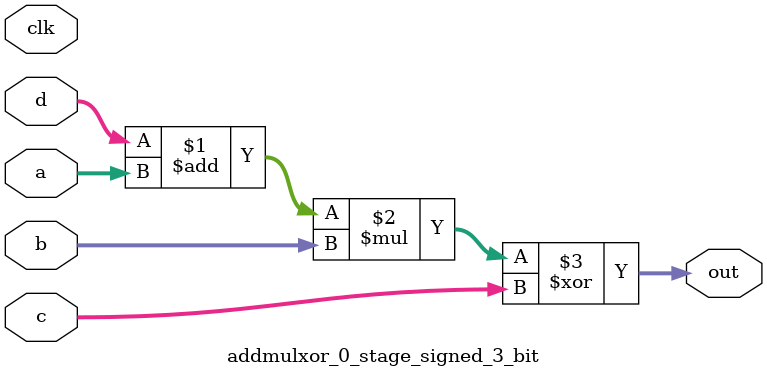
<source format=sv>
(* use_dsp = "yes" *) module addmulxor_0_stage_signed_3_bit(
	input signed [2:0] a,
	input signed [2:0] b,
	input signed [2:0] c,
	input signed [2:0] d,
	output [2:0] out,
	input clk);

	assign out = ((d + a) * b) ^ c;
endmodule

</source>
